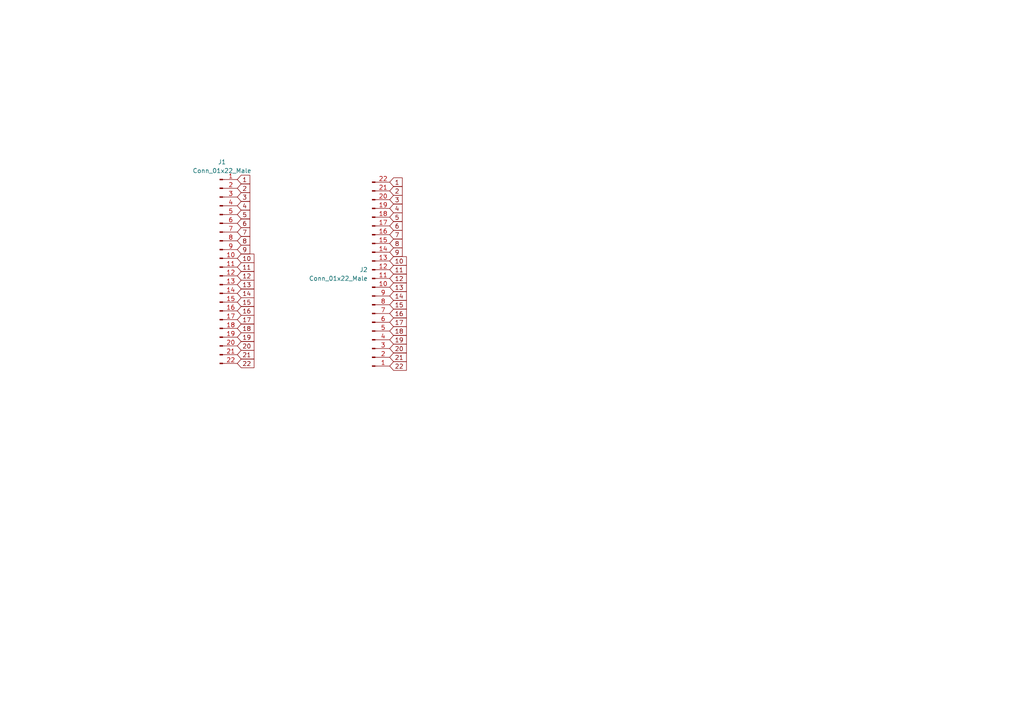
<source format=kicad_sch>
(kicad_sch (version 20211123) (generator eeschema)
  (paper "A4")
  (lib_symbols
    (symbol "Connector:Conn_01x22_Male" (pin_names (offset 1.016) hide)
      (property "Reference" "J" (at 0 27.94 0))
      (property "Value" "Conn_01x22_Male" (at 0 -30.48 0))
      (symbol "Conn_01x22_Male_1_1"
        (polyline (pts (xy 1.27 -27.94) (xy 0.8636 -27.94)) (stroke (width 0.1524)))
        (polyline (pts (xy 1.27 -25.4) (xy 0.8636 -25.4)) (stroke (width 0.1524)))
        (polyline (pts (xy 1.27 -22.86) (xy 0.8636 -22.86)) (stroke (width 0.1524)))
        (polyline (pts (xy 1.27 -20.32) (xy 0.8636 -20.32)) (stroke (width 0.1524)))
        (polyline (pts (xy 1.27 -17.78) (xy 0.8636 -17.78)) (stroke (width 0.1524)))
        (polyline (pts (xy 1.27 -15.24) (xy 0.8636 -15.24)) (stroke (width 0.1524)))
        (polyline (pts (xy 1.27 -12.7) (xy 0.8636 -12.7)) (stroke (width 0.1524)))
        (polyline (pts (xy 1.27 -10.16) (xy 0.8636 -10.16)) (stroke (width 0.1524)))
        (polyline (pts (xy 1.27 -7.62) (xy 0.8636 -7.62)) (stroke (width 0.1524)))
        (polyline (pts (xy 1.27 -5.08) (xy 0.8636 -5.08)) (stroke (width 0.1524)))
        (polyline (pts (xy 1.27 -2.54) (xy 0.8636 -2.54)) (stroke (width 0.1524)))
        (polyline (pts (xy 1.27 0) (xy 0.8636 0)) (stroke (width 0.1524)))
        (polyline (pts (xy 1.27 2.54) (xy 0.8636 2.54)) (stroke (width 0.1524)))
        (polyline (pts (xy 1.27 5.08) (xy 0.8636 5.08)) (stroke (width 0.1524)))
        (polyline (pts (xy 1.27 7.62) (xy 0.8636 7.62)) (stroke (width 0.1524)))
        (polyline (pts (xy 1.27 10.16) (xy 0.8636 10.16)) (stroke (width 0.1524)))
        (polyline (pts (xy 1.27 12.7) (xy 0.8636 12.7)) (stroke (width 0.1524)))
        (polyline (pts (xy 1.27 15.24) (xy 0.8636 15.24)) (stroke (width 0.1524)))
        (polyline (pts (xy 1.27 17.78) (xy 0.8636 17.78)) (stroke (width 0.1524)))
        (polyline (pts (xy 1.27 20.32) (xy 0.8636 20.32)) (stroke (width 0.1524)))
        (polyline (pts (xy 1.27 22.86) (xy 0.8636 22.86)) (stroke (width 0.1524)))
        (polyline (pts (xy 1.27 25.4) (xy 0.8636 25.4)) (stroke (width 0.1524)))
        (rectangle (start 0.8636 -27.813) (end 0 -28.067) (stroke (width 0.1524)) (fill (type outline)))
        (rectangle (start 0.8636 -25.273) (end 0 -25.527) (stroke (width 0.1524)) (fill (type outline)))
        (rectangle (start 0.8636 -22.733) (end 0 -22.987) (stroke (width 0.1524)) (fill (type outline)))
        (rectangle (start 0.8636 -20.193) (end 0 -20.447) (stroke (width 0.1524)) (fill (type outline)))
        (rectangle (start 0.8636 -17.653) (end 0 -17.907) (stroke (width 0.1524)) (fill (type outline)))
        (rectangle (start 0.8636 -15.113) (end 0 -15.367) (stroke (width 0.1524)) (fill (type outline)))
        (rectangle (start 0.8636 -12.573) (end 0 -12.827) (stroke (width 0.1524)) (fill (type outline)))
        (rectangle (start 0.8636 -10.033) (end 0 -10.287) (stroke (width 0.1524)) (fill (type outline)))
        (rectangle (start 0.8636 -7.493) (end 0 -7.747) (stroke (width 0.1524)) (fill (type outline)))
        (rectangle (start 0.8636 -4.953) (end 0 -5.207) (stroke (width 0.1524)) (fill (type outline)))
        (rectangle (start 0.8636 -2.413) (end 0 -2.667) (stroke (width 0.1524)) (fill (type outline)))
        (rectangle (start 0.8636 0.127) (end 0 -0.127) (stroke (width 0.1524)) (fill (type outline)))
        (rectangle (start 0.8636 2.667) (end 0 2.413) (stroke (width 0.1524)) (fill (type outline)))
        (rectangle (start 0.8636 5.207) (end 0 4.953) (stroke (width 0.1524)) (fill (type outline)))
        (rectangle (start 0.8636 7.747) (end 0 7.493) (stroke (width 0.1524)) (fill (type outline)))
        (rectangle (start 0.8636 10.287) (end 0 10.033) (stroke (width 0.1524)) (fill (type outline)))
        (rectangle (start 0.8636 12.827) (end 0 12.573) (stroke (width 0.1524)) (fill (type outline)))
        (rectangle (start 0.8636 15.367) (end 0 15.113) (stroke (width 0.1524)) (fill (type outline)))
        (rectangle (start 0.8636 17.907) (end 0 17.653) (stroke (width 0.1524)) (fill (type outline)))
        (rectangle (start 0.8636 20.447) (end 0 20.193) (stroke (width 0.1524)) (fill (type outline)))
        (rectangle (start 0.8636 22.987) (end 0 22.733) (stroke (width 0.1524)) (fill (type outline)))
        (rectangle (start 0.8636 25.527) (end 0 25.273) (stroke (width 0.1524)) (fill (type outline)))
        (pin passive line (at 5.08 25.4 180) (length 3.81) (name "Pin_1") (number "1"))
        (pin passive line (at 5.08 2.54 180) (length 3.81) (name "Pin_10") (number "10"))
        (pin passive line (at 5.08 0 180) (length 3.81) (name "Pin_11") (number "11"))
        (pin passive line (at 5.08 -2.54 180) (length 3.81) (name "Pin_12") (number "12"))
        (pin passive line (at 5.08 -5.08 180) (length 3.81) (name "Pin_13") (number "13"))
        (pin passive line (at 5.08 -7.62 180) (length 3.81) (name "Pin_14") (number "14"))
        (pin passive line (at 5.08 -10.16 180) (length 3.81) (name "Pin_15") (number "15"))
        (pin passive line (at 5.08 -12.7 180) (length 3.81) (name "Pin_16") (number "16"))
        (pin passive line (at 5.08 -15.24 180) (length 3.81) (name "Pin_17") (number "17"))
        (pin passive line (at 5.08 -17.78 180) (length 3.81) (name "Pin_18") (number "18"))
        (pin passive line (at 5.08 -20.32 180) (length 3.81) (name "Pin_19") (number "19"))
        (pin passive line (at 5.08 22.86 180) (length 3.81) (name "Pin_2") (number "2"))
        (pin passive line (at 5.08 -22.86 180) (length 3.81) (name "Pin_20") (number "20"))
        (pin passive line (at 5.08 -25.4 180) (length 3.81) (name "Pin_21") (number "21"))
        (pin passive line (at 5.08 -27.94 180) (length 3.81) (name "Pin_22") (number "22"))
        (pin passive line (at 5.08 20.32 180) (length 3.81) (name "Pin_3") (number "3"))
        (pin passive line (at 5.08 17.78 180) (length 3.81) (name "Pin_4") (number "4"))
        (pin passive line (at 5.08 15.24 180) (length 3.81) (name "Pin_5") (number "5"))
        (pin passive line (at 5.08 12.7 180) (length 3.81) (name "Pin_6") (number "6"))
        (pin passive line (at 5.08 10.16 180) (length 3.81) (name "Pin_7") (number "7"))
        (pin passive line (at 5.08 7.62 180) (length 3.81) (name "Pin_8") (number "8"))
        (pin passive line (at 5.08 5.08 180) (length 3.81) (name "Pin_9") (number "9"))
      )
    )
  )
  (global_label "22" (shape input) (at 68.834 105.41 0) (property "Intersheet References" "${INTERSHEET_REFS}" (effects hide)))
  (global_label "16" (shape input) (at 113.03 90.932 0) (property "Intersheet References" "${INTERSHEET_REFS}" (effects hide)))
  (global_label "21" (shape input) (at 113.03 103.632 0) (property "Intersheet References" "${INTERSHEET_REFS}" (effects hide)))
  (global_label "16" (shape input) (at 68.834 90.17 0) (property "Intersheet References" "${INTERSHEET_REFS}" (effects hide)))
  (global_label "19" (shape input) (at 68.834 97.79 0) (property "Intersheet References" "${INTERSHEET_REFS}" (effects hide)))
  (global_label "14" (shape input) (at 113.03 85.852 0) (property "Intersheet References" "${INTERSHEET_REFS}" (effects hide)))
  (global_label "2" (shape input) (at 113.03 55.372 0) (property "Intersheet References" "${INTERSHEET_REFS}" (effects hide)))
  (global_label "13" (shape input) (at 68.834 82.55 0) (property "Intersheet References" "${INTERSHEET_REFS}" (effects hide)))
  (global_label "8" (shape input) (at 68.834 69.85 0) (property "Intersheet References" "${INTERSHEET_REFS}" (effects hide)))
  (global_label "6" (shape input) (at 68.834 64.77 0) (property "Intersheet References" "${INTERSHEET_REFS}" (effects hide)))
  (global_label "8" (shape input) (at 113.03 70.612 0) (property "Intersheet References" "${INTERSHEET_REFS}" (effects hide)))
  (global_label "17" (shape input) (at 113.03 93.472 0) (property "Intersheet References" "${INTERSHEET_REFS}" (effects hide)))
  (global_label "5" (shape input) (at 113.03 62.992 0) (property "Intersheet References" "${INTERSHEET_REFS}" (effects hide)))
  (global_label "15" (shape input) (at 68.834 87.63 0) (property "Intersheet References" "${INTERSHEET_REFS}" (effects hide)))
  (global_label "20" (shape input) (at 68.834 100.33 0) (property "Intersheet References" "${INTERSHEET_REFS}" (effects hide)))
  (global_label "4" (shape input) (at 113.03 60.452 0) (property "Intersheet References" "${INTERSHEET_REFS}" (effects hide)))
  (global_label "2" (shape input) (at 68.834 54.61 0) (property "Intersheet References" "${INTERSHEET_REFS}" (effects hide)))
  (global_label "11" (shape input) (at 68.834 77.47 0) (property "Intersheet References" "${INTERSHEET_REFS}" (effects hide)))
  (global_label "15" (shape input) (at 113.03 88.392 0) (property "Intersheet References" "${INTERSHEET_REFS}" (effects hide)))
  (global_label "11" (shape input) (at 113.03 78.232 0) (property "Intersheet References" "${INTERSHEET_REFS}" (effects hide)))
  (global_label "20" (shape input) (at 113.03 101.092 0) (property "Intersheet References" "${INTERSHEET_REFS}" (effects hide)))
  (global_label "12" (shape input) (at 113.03 80.772 0) (property "Intersheet References" "${INTERSHEET_REFS}" (effects hide)))
  (global_label "4" (shape input) (at 68.834 59.69 0) (property "Intersheet References" "${INTERSHEET_REFS}" (effects hide)))
  (global_label "10" (shape input) (at 68.834 74.93 0) (property "Intersheet References" "${INTERSHEET_REFS}" (effects hide)))
  (global_label "10" (shape input) (at 113.03 75.692 0) (property "Intersheet References" "${INTERSHEET_REFS}" (effects hide)))
  (global_label "18" (shape input) (at 68.834 95.25 0) (property "Intersheet References" "${INTERSHEET_REFS}" (effects hide)))
  (global_label "7" (shape input) (at 113.03 68.072 0) (property "Intersheet References" "${INTERSHEET_REFS}" (effects hide)))
  (global_label "6" (shape input) (at 113.03 65.532 0) (property "Intersheet References" "${INTERSHEET_REFS}" (effects hide)))
  (global_label "14" (shape input) (at 68.834 85.09 0) (property "Intersheet References" "${INTERSHEET_REFS}" (effects hide)))
  (global_label "1" (shape input) (at 68.834 52.07 0) (property "Intersheet References" "${INTERSHEET_REFS}" (effects hide)))
  (global_label "3" (shape input) (at 68.834 57.15 0) (property "Intersheet References" "${INTERSHEET_REFS}" (effects hide)))
  (global_label "21" (shape input) (at 68.834 102.87 0) (property "Intersheet References" "${INTERSHEET_REFS}" (effects hide)))
  (global_label "5" (shape input) (at 68.834 62.23 0) (property "Intersheet References" "${INTERSHEET_REFS}" (effects hide)))
  (global_label "9" (shape input) (at 113.03 73.152 0) (property "Intersheet References" "${INTERSHEET_REFS}" (effects hide)))
  (global_label "18" (shape input) (at 113.03 96.012 0) (property "Intersheet References" "${INTERSHEET_REFS}" (effects hide)))
  (global_label "7" (shape input) (at 68.834 67.31 0) (property "Intersheet References" "${INTERSHEET_REFS}" (effects hide)))
  (global_label "13" (shape input) (at 113.03 83.312 0) (property "Intersheet References" "${INTERSHEET_REFS}" (effects hide)))
  (global_label "17" (shape input) (at 68.834 92.71 0) (property "Intersheet References" "${INTERSHEET_REFS}" (effects hide)))
  (global_label "1" (shape input) (at 113.03 52.832 0) (property "Intersheet References" "${INTERSHEET_REFS}" (effects hide)))
  (global_label "3" (shape input) (at 113.03 57.912 0) (property "Intersheet References" "${INTERSHEET_REFS}" (effects hide)))
  (global_label "9" (shape input) (at 68.834 72.39 0) (property "Intersheet References" "${INTERSHEET_REFS}" (effects hide)))
  (global_label "19" (shape input) (at 113.03 98.552 0) (property "Intersheet References" "${INTERSHEET_REFS}" (effects hide)))
  (global_label "12" (shape input) (at 68.834 80.01 0) (property "Intersheet References" "${INTERSHEET_REFS}" (effects hide)))
  (global_label "22" (shape input) (at 113.03 106.172 0) (property "Intersheet References" "${INTERSHEET_REFS}" (effects hide)))
  (symbol (lib_id "Connector:Conn_01x22_Male") (at 63.754 77.47 0) (unit 1)
    (property "Reference" "J1" (at 64.389 46.99 0))
    (property "Value" "Conn_01x22_Male" (at 64.389 49.53 0))
    (property "Footprint" "STS_connector:flex_con_edu" (effects hide))
  )
  (symbol (lib_id "Connector:Conn_01x22_Male") (at 107.95 80.772 0) (mirror x) (unit 1)
    (property "Reference" "J2" (at 106.68 78.2319 0) (effects (justify right)))
    (property "Value" "Conn_01x22_Male" (at 106.68 80.7719 0) (effects (justify right)))
    (property "Footprint" "STS_connector:flex_con_edu" (effects hide))
  )
)
</source>
